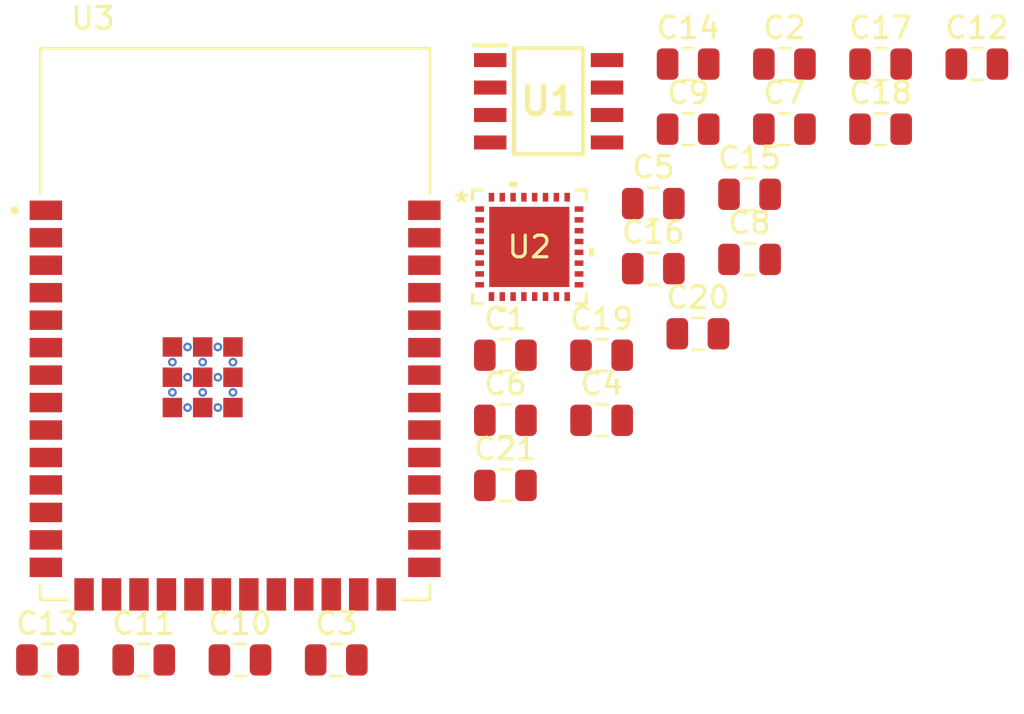
<source format=kicad_pcb>
(kicad_pcb (version 20211014) (generator pcbnew)
  (layers (0 "F.Cu" signal) (31 "B.Cu" signal) (34 "B.Paste" user) (35 "F.Paste" user) (36 "B.SilkS" user "B.Silkscreen") (37 "F.SilkS" user "F.Silkscreen") (38 "B.Mask" user) (39 "F.Mask" user) (44 "Edge.Cuts" user))
  (net 0 "")
  (net 1 "GND")
  (net 2 "VCC")
  (net 3 "+BATT")
  (net 4 "/TVDD")
  (net 5 "GNDREF")
  (net 14 "/AVDRV")
  (net 15 "Net-(C10-Pad2)")
  (net 16 "/VCOM")
  (net 17 "Net-(C14-Pad1)")
  (net 18 "Net-(C15-Pad1)")
  (net 27 "/SDIN1")
  (net 28 "/SDIN2")
  (net 29 "/LRCK")
  (net 30 "/BICK")
  (net 31 "/MCLK")
  (net 32 "/IN4N")
  (net 33 "/IN4P")
  (net 34 "/IN3N")
  (net 35 "/IN3P")
  (net 36 "/IN2N")
  (net 37 "/IN2P")
  (net 38 "/IN1N")
  (net 39 "/IN1P")
  (net 40 "/VSS1")
  (net 41 "/VREFL")
  (net 42 "/VREFH")
  (net 43 "/AOUT1L")
  (net 44 "/AOUT1R")
  (net 45 "/AOUT2L")
  (net 46 "/AOUT2R")
  (net 47 "/PDN")
  (net 48 "/CAD")
  (net 49 "/SCL")
  (net 50 "/SI")
  (net 51 "/SDA")
  (net 52 "/SDOUT1")
  (net 53 "/SDOUT2")
  (net 54 "/EPAD")
  (net 91 "Net-(R1-Pad1)")
  (footprint "Capacitor_SMD:C_0805_2012Metric" (layer "F.Cu") (at 145.577286 83.266947)
    (fp_text reference "C2" (at 0 -1.68) (layer "F.SilkS"))
    (fp_text value "1uF")
    (fp_line (start -0.261252 -0.735) (end 0.261252 -0.735) (layer "F.SilkS") (width 0.12))
    (fp_line (start -0.261252 0.735) (end 0.261252 0.735) (layer "F.SilkS") (width 0.12))
    (pad "1" smd roundrect (at -0.95 0) (size 1 1.45) (layers "F.Cu" "F.Paste" "F.Mask") (net 1 "GND"))
    (pad "2" smd roundrect (at 0.95 0) (size 1 1.45) (layers "F.Cu" "F.Paste" "F.Mask") (net 3 "+BATT"))
  )
  (footprint "Capacitor_SMD:C_0805_2012Metric" (layer "F.Cu") (at 150.027286 86.276947)
    (fp_text reference "C18" (at 0 -1.68) (layer "F.SilkS"))
    (fp_text value "1uF")
    (fp_line (start -0.261252 0.735) (end 0.261252 0.735) (layer "F.SilkS") (width 0.12))
    (fp_line (start -0.261252 -0.735) (end 0.261252 -0.735) (layer "F.SilkS") (width 0.12))
    (pad "1" smd roundrect (at -0.95 0) (size 1 1.45) (layers "F.Cu" "F.Paste" "F.Mask"))
    (pad "2" smd roundrect (at 0.95 0) (size 1 1.45) (layers "F.Cu" "F.Paste" "F.Mask"))
  )
  (footprint "AP7217A:SOIC127P600X175-8N" (layer "F.Cu") (at 134.677286 84.986947)
    (fp_text reference "U1" (at 0 0) (layer "F.SilkS") (effects (font (size 1.27 1.27) (thickness 0.254))))
    (fp_text value "AP7217A" hide)
    (fp_line (start -1.6 2.45) (end -1.6 -2.45) (layer "F.SilkS") (width 0.2))
    (fp_line (start -3.45 -2.58) (end -1.95 -2.58) (layer "F.SilkS") (width 0.2))
    (fp_line (start -1.6 -2.45) (end 1.6 -2.45) (layer "F.SilkS") (width 0.2))
    (fp_line (start 1.6 -2.45) (end 1.6 2.45) (layer "F.SilkS") (width 0.2))
    (fp_line (start 1.6 2.45) (end -1.6 2.45) (layer "F.SilkS") (width 0.2))
    (pad "1" smd rect (at -2.7 -1.905 90) (size 0.65 1.5) (layers "F.Cu" "F.Paste" "F.Mask") (net 1 "GND"))
    (pad "2" smd rect (at -2.7 -0.635 90) (size 0.65 1.5) (layers "F.Cu" "F.Paste" "F.Mask") (net 2 "VCC"))
    (pad "3" smd rect (at -2.7 0.635 90) (size 0.65 1.5) (layers "F.Cu" "F.Paste" "F.Mask") (net 1 "GND"))
    (pad "4" smd rect (at -2.7 1.905 90) (size 0.65 1.5) (layers "F.Cu" "F.Paste" "F.Mask") (net 3 "+BATT"))
    (pad "5" smd rect (at 2.7 1.905 90) (size 0.65 1.5) (layers "F.Cu" "F.Paste" "F.Mask") (net 1 "GND"))
    (pad "6" smd rect (at 2.7 0.635 90) (size 0.65 1.5) (layers "F.Cu" "F.Paste" "F.Mask") (net 91 "Net-(R1-Pad1)"))
    (pad "7" smd rect (at 2.7 -0.635 90) (size 0.65 1.5) (layers "F.Cu" "F.Paste" "F.Mask") (net 1 "GND"))
    (pad "8" smd rect (at 2.7 -1.905 90) (size 0.65 1.5) (layers "F.Cu" "F.Paste" "F.Mask") (net 3 "+BATT"))
  )
  (footprint "Capacitor_SMD:C_0805_2012Metric" (layer "F.Cu") (at 154.477286 83.266947)
    (fp_text reference "C12" (at 0 -1.68) (layer "F.SilkS"))
    (fp_text value "0.1uF")
    (fp_line (start -0.261252 0.735) (end 0.261252 0.735) (layer "F.SilkS") (width 0.12))
    (fp_line (start -0.261252 -0.735) (end 0.261252 -0.735) (layer "F.SilkS") (width 0.12))
    (pad "1" smd roundrect (at -0.95 0) (size 1 1.45) (layers "F.Cu" "F.Paste" "F.Mask") (net 1 "GND"))
    (pad "2" smd roundrect (at 0.95 0) (size 1 1.45) (layers "F.Cu" "F.Paste" "F.Mask") (net 2 "VCC"))
  )
  (footprint "ESP32-S3 Module:XCVR_ESP32S3WROOM1N8R8" (layer "F.Cu") (at 120.182286 95.286947)
    (fp_text reference "U3" (at -6.575 -14.135) (layer "F.SilkS"))
    (fp_text value "ESP32-S3-WROOM-1-N8R8")
    (fp_line (start -9 12.75) (end -7.755 12.75) (layer "F.SilkS") (width 0.127))
    (fp_line (start -9 -6.03) (end -9 -12.75) (layer "F.SilkS") (width 0.127))
    (fp_line (start 9 12.02) (end 9 12.75) (layer "F.SilkS") (width 0.127))
    (fp_line (start -9 -12.75) (end 9 -12.75) (layer "F.SilkS") (width 0.127))
    (fp_line (start 9 12.75) (end 7.755 12.75) (layer "F.SilkS") (width 0.127))
    (fp_line (start 9 -12.75) (end 9 -6.03) (layer "F.SilkS") (width 0.127))
    (fp_line (start -9 12.02) (end -9 12.75) (layer "F.SilkS") (width 0.127))
    (fp_circle (center -10.2 -5.26) (end -10.1 -5.26) (layer "F.SilkS") (width 0.2) (fill none))
    (pad "1" smd rect (at -8.75 -5.26) (size 1.5 0.9) (layers "F.Cu" "F.Paste" "F.Mask") (net 1 "GND"))
    (pad "2" smd rect (at -8.75 -3.99) (size 1.5 0.9) (layers "F.Cu" "F.Paste" "F.Mask") (net 2 "VCC"))
    (pad "3" smd rect (at -8.75 -2.72) (size 1.5 0.9) (layers "F.Cu" "F.Paste" "F.Mask") (net 15 "Net-(C10-Pad2)"))
    (pad "4" smd rect (at -8.75 -1.45) (size 1.5 0.9) (layers "F.Cu" "F.Paste" "F.Mask"))
    (pad "5" smd rect (at -8.75 -0.18) (size 1.5 0.9) (layers "F.Cu" "F.Paste" "F.Mask"))
    (pad "6" smd rect (at -8.75 1.09) (size 1.5 0.9) (layers "F.Cu" "F.Paste" "F.Mask"))
    (pad "7" smd rect (at -8.75 2.36) (size 1.5 0.9) (layers "F.Cu" "F.Paste" "F.Mask"))
    (pad "8" smd rect (at -8.75 3.63) (size 1.5 0.9) (layers "F.Cu" "F.Paste" "F.Mask"))
    (pad "9" smd rect (at -8.75 4.9) (size 1.5 0.9) (layers "F.Cu" "F.Paste" "F.Mask"))
    (pad "10" smd rect (at -8.75 6.17) (size 1.5 0.9) (layers "F.Cu" "F.Paste" "F.Mask"))
    (pad "11" smd rect (at -8.75 7.44) (size 1.5 0.9) (layers "F.Cu" "F.Paste" "F.Mask"))
    (pad "12" smd rect (at -8.75 8.71) (size 1.5 0.9) (layers "F.Cu" "F.Paste" "F.Mask"))
    (pad "13" smd rect (at -8.75 9.98) (size 1.5 0.9) (layers "F.Cu" "F.Paste" "F.Mask"))
    (pad "14" smd rect (at -8.75 11.25) (size 1.5 0.9) (layers "F.Cu" "F.Paste" "F.Mask"))
    (pad "15" smd rect (at -6.985 12.5) (size 0.9 1.5) (layers "F.Cu" "F.Paste" "F.Mask"))
    (pad "16" smd rect (at -5.715 12.5) (size 0.9 1.5) (layers "F.Cu" "F.Paste" "F.Mask"))
    (pad "17" smd rect (at -4.445 12.5) (size 0.9 1.5) (layers "F.Cu" "F.Paste" "F.Mask"))
    (pad "18" smd rect (at -3.175 12.5) (size 0.9 1.5) (layers "F.Cu" "F.Paste" "F.Mask"))
    (pad "19" smd rect (at -1.905 12.5) (size 0.9 1.5) (layers "F.Cu" "F.Paste" "F.Mask"))
    (pad "20" smd rect (at -0.635 12.5) (size 0.9 1.5) (layers "F.Cu" "F.Paste" "F.Mask"))
    (pad "21" smd rect (at 0.635 12.5) (size 0.9 1.5) (layers "F.Cu" "F.Paste" "F.Mask"))
    (pad "22" smd rect (at 1.905 12.5) (size 0.9 1.5) (layers "F.Cu" "F.Paste" "F.Mask"))
    (pad "23" smd rect (at 3.175 12.5) (size 0.9 1.5) (layers "F.Cu" "F.Paste" "F.Mask"))
    (pad "24" smd rect (at 4.445 12.5) (size 0.9 1.5) (layers "F.Cu" "F.Paste" "F.Mask"))
    (pad "25" smd rect (at 5.715 12.5) (size 0.9 1.5) (layers "F.Cu" "F.Paste" "F.Mask"))
    (pad "26" smd rect (at 6.985 12.5) (size 0.9 1.5) (layers "F.Cu" "F.Paste" "F.Mask"))
    (pad "27" smd rect (at 8.75 11.25) (size 1.5 0.9) (layers "F.Cu" "F.Paste" "F.Mask"))
    (pad "28" smd rect (at 8.75 9.98) (size 1.5 0.9) (layers "F.Cu" "F.Paste" "F.Mask"))
    (pad "29" smd rect (at 8.75 8.71) (size 1.5 0.9) (layers "F.Cu" "F.Paste" "F.Mask"))
    (pad "30" smd rect (at 8.75 7.44) (size 1.5 0.9) (layers "F.Cu" "F.Paste" "F.Mask"))
    (pad "31" smd rect (at 8.75 6.17) (size 1.5 0.9) (layers "F.Cu" "F.Paste" "F.Mask"))
    (pad "32" smd rect (at 8.75 4.9) (size 1.5 0.9) (layers "F.Cu" "F.Paste" "F.Mask"))
    (pad "33" smd rect (at 8.75 3.63) (size 1.5 0.9) (layers "F.Cu" "F.Paste" "F.Mask"))
    (pad "34" smd rect (at 8.75 2.36) (size 1.5 0.9) (layers "F.Cu" "F.Paste" "F.Mask"))
    (pad "35" smd rect (at 8.75 1.09) (size 1.5 0.9) (layers "F.Cu" "F.Paste" "F.Mask"))
    (pad "36" smd rect (at 8.75 -0.18) (size 1.5 0.9) (layers "F.Cu" "F.Paste" "F.Mask"))
    (pad "37" smd rect (at 8.75 -1.45) (size 1.5 0.9) (layers "F.Cu" "F.Paste" "F.Mask"))
    (pad "38" smd rect (at 8.75 -2.72) (size 1.5 0.9) (layers "F.Cu" "F.Paste" "F.Mask"))
    (pad "39" smd rect (at 8.75 -3.99) (size 1.5 0.9) (layers "F.Cu" "F.Paste" "F.Mask"))
    (pad "40" smd rect (at 8.75 -5.26) (size 1.5 0.9) (layers "F.Cu" "F.Paste" "F.Mask") (net 1 "GND"))
    (pad "41_1" smd rect (at -1.5 2.46) (size 0.9 0.9) (layers "F.Cu" "F.Paste" "F.Mask") (net 1 "GND"))
    (pad "41_2" smd rect (at -2.9 2.46) (size 0.9 0.9) (layers "F.Cu" "F.Paste" "F.Mask") (net 1 "GND"))
    (pad "41_3" smd rect (at -0.1 2.46) (size 0.9 0.9) (layers "F.Cu" "F.Paste" "F.Mask") (net 1 "GND"))
    (pad "41_4" smd rect (at -2.9 3.86) (size 0.9 0.9) (layers "F.Cu" "F.Paste" "F.Mask") (net 1 "GND"))
    (pad "41_5" smd rect (at -1.5 3.86) (size 0.9 0.9) (layers "F.Cu" "F.Paste" "F.Mask") (net 1 "GND"))
    (pad "41_6" smd rect (at -0.1 3.86) (size 0.9 0.9) (layers "F.Cu" "F.Paste" "F.Mask") (net 1 "GND"))
    (pad "41_7" smd rect (at -2.9 1.06) (size 0.9 0.9) (layers "F.Cu" "F.Paste" "F.Mask") (net 1 "GND"))
    (pad "41_8" smd rect (at -1.5 1.06) (size 0.9 0.9) (layers "F.Cu" "F.Paste" "F.Mask") (net 1 "GND"))
    (pad "41_9" smd rect (at -0.1 1.06) (size 0.9 0.9) (layers "F.Cu" "F.Paste" "F.Mask") (net 1 "GND"))
    (pad "41_10" thru_hole circle (at -1.5 1.76) (size 0.4 0.4) (drill 0.2) (layers *.Cu))
    (pad "41_11" thru_hole circle (at -2.9 1.76) (size 0.4 0.4) (drill 0.2) (layers *.Cu))
    (pad "41_12" thru_hole circle (at -0.1 1.76) (size 0.4 0.4) (drill 0.2) (layers *.Cu))
    (pad "41_13" thru_hole circle (at -2.9 3.16) (size 0.4 0.4) (drill 0.2) (layers *.Cu))
    (pad "41_14" thru_hole circle (at -1.5 3.16) (size 0.4 0.4) (drill 0.2) (layers *.Cu))
    (pad "41_15" thru_hole circle (at -0.1 3.16) (size 0.4 0.4) (drill 0.2) (layers *.Cu))
    (pad "41_16" thru_hole circle (at -2.2 1.06) (size 0.4 0.4) (drill 0.2) (layers *.Cu))
    (pad "41_17" thru_hole circle (at -0.8 1.06) (size 0.4 0.4) (drill 0.2) (layers *.Cu))
    (pad "41_18" thru_hole circle (at -2.2 2.46) (size 0.4 0.4) (drill 0.2) (layers *.Cu))
    (pad "41_19" thru_hole circle (at -0.8 2.46) (size 0.4 0.4) (drill 0.2) (layers *.Cu))
    (pad "41_20" thru_hole circle (at -2.2 3.86) (size 0.4 0.4) (drill 0.2) (layers *.Cu))
    (pad "41_21" thru_hole circle (at -0.8 3.86) (size 0.4 0.4) (drill 0.2) (layers *.Cu))
  )
  (footprint "Capacitor_SMD:C_0805_2012Metric" (layer "F.Cu") (at 124.857286 110.816947)
    (fp_text reference "C3" (at 0 -1.68) (layer "F.SilkS"))
    (fp_text value "10uF")
    (fp_line (start -0.261252 0.735) (end 0.261252 0.735) (layer "F.SilkS") (width 0.12))
    (fp_line (start -0.261252 -0.735) (end 0.261252 -0.735) (layer "F.SilkS") (width 0.12))
    (pad "1" smd roundrect (at -0.95 0) (size 1 1.45) (layers "F.Cu" "F.Paste" "F.Mask") (net 4 "/TVDD"))
    (pad "2" smd roundrect (at 0.95 0) (size 1 1.45) (layers "F.Cu" "F.Paste" "F.Mask") (net 5 "GNDREF"))
  )
  (footprint "Capacitor_SMD:C_0805_2012Metric" (layer "F.Cu") (at 132.677286 99.736947)
    (fp_text reference "C6" (at 0 -1.68) (layer "F.SilkS"))
    (fp_text value "1uF")
    (fp_line (start -0.261252 -0.735) (end 0.261252 -0.735) (layer "F.SilkS") (width 0.12))
    (fp_line (start -0.261252 0.735) (end 0.261252 0.735) (layer "F.SilkS") (width 0.12))
    (pad "1" smd roundrect (at -0.95 0) (size 1 1.45) (layers "F.Cu" "F.Paste" "F.Mask"))
    (pad "2" smd roundrect (at 0.95 0) (size 1 1.45) (layers "F.Cu" "F.Paste" "F.Mask"))
  )
  (footprint "Capacitor_SMD:C_0805_2012Metric" (layer "F.Cu") (at 143.967286 92.296947)
    (fp_text reference "C8" (at 0 -1.68) (layer "F.SilkS"))
    (fp_text value "0.1uF")
    (fp_line (start -0.261252 -0.735) (end 0.261252 -0.735) (layer "F.SilkS") (width 0.12))
    (fp_line (start -0.261252 0.735) (end 0.261252 0.735) (layer "F.SilkS") (width 0.12))
    (pad "1" smd roundrect (at -0.95 0) (size 1 1.45) (layers "F.Cu" "F.Paste" "F.Mask") (net 5 "GNDREF"))
    (pad "2" smd roundrect (at 0.95 0) (size 1 1.45) (layers "F.Cu" "F.Paste" "F.Mask") (net 4 "/TVDD"))
  )
  (footprint "Capacitor_SMD:C_0805_2012Metric" (layer "F.Cu") (at 141.127286 86.276947)
    (fp_text reference "C9" (at 0 -1.68) (layer "F.SilkS"))
    (fp_text value "2.2uF")
    (fp_line (start -0.261252 0.735) (end 0.261252 0.735) (layer "F.SilkS") (width 0.12))
    (fp_line (start -0.261252 -0.735) (end 0.261252 -0.735) (layer "F.SilkS") (width 0.12))
    (pad "1" smd roundrect (at -0.95 0) (size 1 1.45) (layers "F.Cu" "F.Paste" "F.Mask") (net 5 "GNDREF"))
    (pad "2" smd roundrect (at 0.95 0) (size 1 1.45) (layers "F.Cu" "F.Paste" "F.Mask") (net 14 "/AVDRV"))
  )
  (footprint "Capacitor_SMD:C_0805_2012Metric" (layer "F.Cu") (at 137.127286 99.736947)
    (fp_text reference "C4" (at 0 -1.68) (layer "F.SilkS"))
    (fp_text value "1uF")
    (fp_line (start -0.261252 0.735) (end 0.261252 0.735) (layer "F.SilkS") (width 0.12))
    (fp_line (start -0.261252 -0.735) (end 0.261252 -0.735) (layer "F.SilkS") (width 0.12))
    (pad "1" smd roundrect (at -0.95 0) (size 1 1.45) (layers "F.Cu" "F.Paste" "F.Mask"))
    (pad "2" smd roundrect (at 0.95 0) (size 1 1.45) (layers "F.Cu" "F.Paste" "F.Mask"))
  )
  (footprint "Capacitor_SMD:C_0805_2012Metric" (layer "F.Cu") (at 139.517286 92.726947)
    (fp_text reference "C16" (at 0 -1.68) (layer "F.SilkS"))
    (fp_text value "1uF")
    (fp_line (start -0.261252 0.735) (end 0.261252 0.735) (layer "F.SilkS") (width 0.12))
    (fp_line (start -0.261252 -0.735) (end 0.261252 -0.735) (layer "F.SilkS") (width 0.12))
    (pad "1" smd roundrect (at -0.95 0) (size 1 1.45) (layers "F.Cu" "F.Paste" "F.Mask"))
    (pad "2" smd roundrect (at 0.95 0) (size 1 1.45) (layers "F.Cu" "F.Paste" "F.Mask"))
  )
  (footprint "Capacitor_SMD:C_0805_2012Metric" (layer "F.Cu") (at 132.677286 102.746947)
    (fp_text reference "C21" (at 0 -1.68) (layer "F.SilkS"))
    (fp_text value "0.1uF")
    (fp_line (start -0.261252 -0.735) (end 0.261252 -0.735) (layer "F.SilkS") (width 0.12))
    (fp_line (start -0.261252 0.735) (end 0.261252 0.735) (layer "F.SilkS") (width 0.12))
    (pad "1" smd roundrect (at -0.95 0) (size 1 1.45) (layers "F.Cu" "F.Paste" "F.Mask") (net 1 "GND"))
    (pad "2" smd roundrect (at 0.95 0) (size 1 1.45) (layers "F.Cu" "F.Paste" "F.Mask") (net 18 "Net-(C15-Pad1)"))
  )
  (footprint "Capacitor_SMD:C_0805_2012Metric" (layer "F.Cu") (at 150.027286 83.266947)
    (fp_text reference "C17" (at 0 -1.68) (layer "F.SilkS"))
    (fp_text value "1uF")
    (fp_line (start -0.261252 -0.735) (end 0.261252 -0.735) (layer "F.SilkS") (width 0.12))
    (fp_line (start -0.261252 0.735) (end 0.261252 0.735) (layer "F.SilkS") (width 0.12))
    (pad "1" smd roundrect (at -0.95 0) (size 1 1.45) (layers "F.Cu" "F.Paste" "F.Mask"))
    (pad "2" smd roundrect (at 0.95 0) (size 1 1.45) (layers "F.Cu" "F.Paste" "F.Mask"))
  )
  (footprint "Capacitor_SMD:C_0805_2012Metric" (layer "F.Cu") (at 145.577286 86.276947)
    (fp_text reference "C7" (at 0 -1.68) (layer "F.SilkS"))
    (fp_text value "1uF")
    (fp_line (start -0.261252 0.735) (end 0.261252 0.735) (layer "F.SilkS") (width 0.12))
    (fp_line (start -0.261252 -0.735) (end 0.261252 -0.735) (layer "F.SilkS") (width 0.12))
    (pad "1" smd roundrect (at -0.95 0) (size 1 1.45) (layers "F.Cu" "F.Paste" "F.Mask"))
    (pad "2" smd roundrect (at 0.95 0) (size 1 1.45) (layers "F.Cu" "F.Paste" "F.Mask"))
  )
  (footprint "Capacitor_SMD:C_0805_2012Metric" (layer "F.Cu") (at 120.407286 110.816947)
    (fp_text reference "C10" (at 0 -1.68) (layer "F.SilkS"))
    (fp_text value "0.1uF")
    (fp_line (start -0.261252 0.735) (end 0.261252 0.735) (layer "F.SilkS") (width 0.12))
    (fp_line (start -0.261252 -0.735) (end 0.261252 -0.735) (layer "F.SilkS") (width 0.12))
    (pad "1" smd roundrect (at -0.95 0) (size 1 1.45) (layers "F.Cu" "F.Paste" "F.Mask") (net 1 "GND"))
    (pad "2" smd roundrect (at 0.95 0) (size 1 1.45) (layers "F.Cu" "F.Paste" "F.Mask") (net 15 "Net-(C10-Pad2)"))
  )
  (footprint "Capacitor_SMD:C_0805_2012Metric" (layer "F.Cu") (at 111.507286 110.816947)
    (fp_text reference "C13" (at 0 -1.68) (layer "F.SilkS"))
    (fp_text value "2.2uF")
    (fp_line (start -0.261252 0.735) (end 0.261252 0.735) (layer "F.SilkS") (width 0.12))
    (fp_line (start -0.261252 -0.735) (end 0.261252 -0.735) (layer "F.SilkS") (width 0.12))
    (pad "1" smd roundrect (at -0.95 0) (size 1 1.45) (layers "F.Cu" "F.Paste" "F.Mask") (net 1 "GND"))
    (pad "2" smd roundrect (at 0.95 0) (size 1 1.45) (layers "F.Cu" "F.Paste" "F.Mask") (net 16 "/VCOM"))
  )
  (footprint "Capacitor_SMD:C_0805_2012Metric" (layer "F.Cu") (at 137.127286 96.726947)
    (fp_text reference "C19" (at 0 -1.68) (layer "F.SilkS"))
    (fp_text value "1uF")
    (fp_line (start -0.261252 0.735) (end 0.261252 0.735) (layer "F.SilkS") (width 0.12))
    (fp_line (start -0.261252 -0.735) (end 0.261252 -0.735) (layer "F.SilkS") (width 0.12))
    (pad "1" smd roundrect (at -0.95 0) (size 1 1.45) (layers "F.Cu" "F.Paste" "F.Mask"))
    (pad "2" smd roundrect (at 0.95 0) (size 1 1.45) (layers "F.Cu" "F.Paste" "F.Mask"))
  )
  (footprint "AK4619VN:AK4619VN_AKM" (layer "F.Cu") (at 133.784386 91.719947)
    (fp_text reference "U2" (at 0 0 unlocked) (layer "F.SilkS"))
    (fp_text value "AK4619VN")
    (fp_text user "*" (at -3.135 -2 unlocked) (layer "F.SilkS"))
    (fp_text user "*" (at -3.135 -2) (layer "F.SilkS"))
    (fp_line (start 2.6289 -2.6289) (end 2.183757 -2.6289) (layer "F.SilkS") (width 0.1524))
    (fp_line (start -2.6289 -2.6289) (end -2.6289 -2.183757) (layer "F.SilkS") (width 0.1524))
    (fp_line (start -2.6289 2.6289) (end -2.183757 2.6289) (layer "F.SilkS") (width 0.1524))
    (fp_line (start 2.183757 2.6289) (end 2.6289 2.6289) (layer "F.SilkS") (width 0.1524))
    (fp_line (start -2.183757 -2.6289) (end -2.6289 -2.6289) (layer "F.SilkS") (width 0.1524))
    (fp_line (start 2.6289 2.6289) (end 2.6289 2.183757) (layer "F.SilkS") (width 0.1524))
    (fp_line (start -2.6289 2.183757) (end -2.6289 2.6289) (layer "F.SilkS") (width 0.1524))
    (fp_line (start 2.6289 -2.183757) (end 2.6289 -2.6289) (layer "F.SilkS") (width 0.1524))
    (fp_poly (pts (xy 3.008 0.059499) (xy 3.008 0.4405) (xy 2.754 0.4405) (xy 2.754 0.059499)) (layer "F.SilkS") (width 0) (fill solid))
    (fp_poly (pts (xy -0.940501 -2.754) (xy -0.940501 -3.008) (xy -0.559501 -3.008) (xy -0.559501 -2.754)) (layer "F.SilkS") (width 0) (fill solid))
    (fp_poly (pts (xy -1.4405 2.754) (xy -1.4405 3.008) (xy -1.0595 3.008) (xy -1.0595 2.754)) (layer "F.SilkS") (width 0) (fill solid))
    (pad "1" smd rect (at -2.2968 -1.749999 90) (size 0.254 0.4064) (layers "F.Cu" "F.Paste" "F.Mask") (net 27 "/SDIN1"))
    (pad "2" smd rect (at -2.2968 -1.25 90) (size 0.254 0.4064) (layers "F.Cu" "F.Paste" "F.Mask") (net 28 "/SDIN2"))
    (pad "3" smd rect (at -2.2968 -0.750001 90) (size 0.254 0.4064) (layers "F.Cu" "F.Paste" "F.Mask") (net 4 "/TVDD"))
    (pad "4" smd rect (at -2.2968 -0.25 90) (size 0.254 0.4064) (layers "F.Cu" "F.Paste" "F.Mask") (net 5 "GNDREF"))
    (pad "5" smd rect (at -2.2968 0.25 90) (size 0.254 0.4064) (layers "F.Cu" "F.Paste" "F.Mask") (net 14 "/AVDRV"))
    (pad "6" smd rect (at -2.2968 0.750001 90) (size 0.254 0.4064) (layers "F.Cu" "F.Paste" "F.Mask") (net 29 "/LRCK"))
    (pad "7" smd rect (at -2.2968 1.25 90) (size 0.254 0.4064) (layers "F.Cu" "F.Paste" "F.Mask") (net 30 "/BICK"))
    (pad "8" smd rect (at -2.2968 1.749999 90) (size 0.254 0.4064) (layers "F.Cu" "F.Paste" "F.Mask") (net 31 "/MCLK"))
    (pad "9" smd rect (at -1.749999 2.2968) (size 0.254 0.4064) (layers "F.Cu" "F.Paste" "F.Mask") (net 32 "/IN4N"))
    (pad "10" smd rect (at -1.25 2.2968) (size 0.254 0.4064) (layers "F.Cu" "F.Paste" "F.Mask") (net 33 "/IN4P"))
    (pad "11" smd rect (at -0.750001 2.2968) (size 0.254 0.4064) (layers "F.Cu" "F.Paste" "F.Mask") (net 34 "/IN3N"))
    (pad "12" smd rect (at -0.25 2.2968) (size 0.254 0.4064) (layers "F.Cu" "F.Paste" "F.Mask") (net 35 "/IN3P"))
    (pad "13" smd rect (at 0.25 2.2968) (size 0.254 0.4064) (layers "F.Cu" "F.Paste" "F.Mask") (net 36 "/IN2N"))
    (pad "14" smd rect (at 0.750001 2.2968) (size 0.254 0.4064) (layers "F.Cu" "F.Paste" "F.Mask") (net 37 "/IN2P"))
    (pad "15" smd rect (at 1.25 2.2968) (size 0.254 0.4064) (layers "F.Cu" "F.Paste" "F.Mask") (net 38 "/IN1N"))
    (pad "16" smd rect (at 1.749999 2.2968) (size 0.254 0.4064) (layers "F.Cu" "F.Paste" "F.Mask") (net 39 "/IN1P"))
    (pad "17" smd rect (at 2.2968 1.749999 90) (size 0.254 0.4064) (layers "F.Cu" "F.Paste" "F.Mask") (net 16 "/VCOM"))
    (pad "18" smd rect (at 2.2968 1.25 90) (size 0.254 0.4064) (layers "F.Cu" "F.Paste" "F.Mask") (net 1 "GND"))
    (pad "19" smd rect (at 2.2968 0.750001 90) (size 0.254 0.4064) (layers "F.Cu" "F.Paste" "F.Mask") (net 40 "/VSS1"))
    (pad "20" smd rect (at 2.2968 0.25 90) (size 0.254 0.4064) (layers "F.Cu" "F.Paste" "F.Mask") (net 41 "/VREFL"))
    (pad "21" smd rect (at 2.2968 -0.25 90) (size 0.254 0.4064) (layers "F.Cu" "F.Paste" "F.Mask") (net 42 "/VREFH"))
    (pad "22" smd rect (at 2.2968 -0.750001 90) (size 0.254 0.4064) (layers "F.Cu" "F.Paste" "F.Mask") (net 43 "/AOUT1L"))
    (pad "23" smd rect (at 2.2968 -1.25 90) (size 0.254 0.4064) (layers "F.Cu" "F.Paste" "F.Mask") (net 44 "/AOUT1R"))
    (pad "24" smd rect (at 2.2968 -1.749999 90) (size 0.254 0.4064) (layers "F.Cu" "F.Paste" "F.Mask") (net 45 "/AOUT2L"))
    (pad "25" smd rect (at 1.749999 -2.2968) (size 0.254 0.4064) (layers "F.Cu" "F.Paste" "F.Mask") (net 46 "/AOUT2R"))
    (pad "26" smd rect (at 1.25 -2.2968) (size 0.254 0.4064) (layers "F.Cu" "F.Paste" "F.Mask") (net 47 "/PDN"))
    (pad "27" smd rect (at 0.750001 -2.2968) (size 0.254 0.4064) (layers "F.Cu" "F.Paste" "F.Mask") (net 48 "/CAD"))
    (pad "28" smd rect (at 0.25 -2.2968) (size 0.254 0.4064) (layers "F.Cu" "F.Paste" "F.Mask") (net 49 "/SCL"))
    (pad "29" smd rect (at -0.25 -2.2968) (size 0.254 0.4064) (layers "F.Cu" "F.Paste" "F.Mask") (net 50 "/SI"))
    (pad "30" smd rect (at -0.750001 -2.2968) (size 0.254 0.4064) (layers "F.Cu" "F.Paste" "F.Mask") (net 51 "/SDA"))
    (pad "31" smd rect (at -1.25 -2.2968) (size 0.254 0.4064) (layers "F.Cu" "F.Paste" "F.Mask") (net 52 "/SDOUT1"))
    (pad "32" smd rect (at -1.749999 -2.2968) (size 0.254 0.4064) (layers "F.Cu" "F.Paste" "F.Mask") (net 53 "/SDOUT2"))
    (pad "33" smd rect (at 0 0) (size 3.7084 3.7084) (layers "F.Cu" "F.Mask") (net 54 "/EPAD"))
  )
  (footprint "Capacitor_SMD:C_0805_2012Metric" (layer "F.Cu") (at 141.577286 95.736947)
    (fp_text reference "C20" (at 0 -1.68) (layer "F.SilkS"))
    (fp_text value "0.1uF")
    (fp_line (start -0.261252 -0.735) (end 0.261252 -0.735) (layer "F.SilkS") (width 0.12))
    (fp_line (start -0.261252 0.735) (end 0.261252 0.735) (layer "F.SilkS") (width 0.12))
    (pad "1" smd roundrect (at -0.95 0) (size 1 1.45) (layers "F.Cu" "F.Paste" "F.Mask") (net 1 "GND"))
    (pad "2" smd roundrect (at 0.95 0) (size 1 1.45) (layers "F.Cu" "F.Paste" "F.Mask") (net 17 "Net-(C14-Pad1)"))
  )
  (footprint "Capacitor_SMD:C_0805_2012Metric" (layer "F.Cu") (at 143.967286 89.286947)
    (fp_text reference "C15" (at 0 -1.68) (layer "F.SilkS"))
    (fp_text value "10uF")
    (fp_line (start -0.261252 0.735) (end 0.261252 0.735) (layer "F.SilkS") (width 0.12))
    (fp_line (start -0.261252 -0.735) (end 0.261252 -0.735) (layer "F.SilkS") (width 0.12))
    (pad "1" smd roundrect (at -0.95 0) (size 1 1.45) (layers "F.Cu" "F.Paste" "F.Mask") (net 18 "Net-(C15-Pad1)"))
    (pad "2" smd roundrect (at 0.95 0) (size 1 1.45) (layers "F.Cu" "F.Paste" "F.Mask") (net 1 "GND"))
  )
  (footprint "Capacitor_SMD:C_0805_2012Metric" (layer "F.Cu") (at 139.517286 89.716947)
    (fp_text reference "C5" (at 0 -1.68) (layer "F.SilkS"))
    (fp_text value "1uF")
    (fp_line (start -0.261252 -0.735) (end 0.261252 -0.735) (layer "F.SilkS") (width 0.12))
    (fp_line (start -0.261252 0.735) (end 0.261252 0.735) (layer "F.SilkS") (width 0.12))
    (pad "1" smd roundrect (at -0.95 0) (size 1 1.45) (layers "F.Cu" "F.Paste" "F.Mask"))
    (pad "2" smd roundrect (at 0.95 0) (size 1 1.45) (layers "F.Cu" "F.Paste" "F.Mask"))
  )
  (footprint "Capacitor_SMD:C_0805_2012Metric" (layer "F.Cu") (at 141.127286 83.266947)
    (fp_text reference "C14" (at 0 -1.68) (layer "F.SilkS"))
    (fp_text value "10uF")
    (fp_line (start -0.261252 0.735) (end 0.261252 0.735) (layer "F.SilkS") (width 0.12))
    (fp_line (start -0.261252 -0.735) (end 0.261252 -0.735) (layer "F.SilkS") (width 0.12))
    (pad "1" smd roundrect (at -0.95 0) (size 1 1.45) (layers "F.Cu" "F.Paste" "F.Mask") (net 17 "Net-(C14-Pad1)"))
    (pad "2" smd roundrect (at 0.95 0) (size 1 1.45) (layers "F.Cu" "F.Paste" "F.Mask") (net 1 "GND"))
  )
  (footprint "Capacitor_SMD:C_0805_2012Metric" (layer "F.Cu") (at 115.957286 110.816947)
    (fp_text reference "C11" (at 0 -1.68) (layer "F.SilkS"))
    (fp_text value "2.2uF")
    (fp_line (start -0.261252 0.735) (end 0.261252 0.735) (layer "F.SilkS") (width 0.12))
    (fp_line (start -0.261252 -0.735) (end 0.261252 -0.735) (layer "F.SilkS") (width 0.12))
    (pad "1" smd roundrect (at -0.95 0) (size 1 1.45) (layers "F.Cu" "F.Paste" "F.Mask") (net 1 "GND"))
    (pad "2" smd roundrect (at 0.95 0) (size 1 1.45) (layers "F.Cu" "F.Paste" "F.Mask") (net 2 "VCC"))
  )
  (footprint "Capacitor_SMD:C_0805_2012Metric" (layer "F.Cu") (at 132.677286 96.726947)
    (fp_text reference "C1" (at 0 -1.68) (layer "F.SilkS"))
    (fp_text value "1uF")
    (fp_line (start -0.261252 0.735) (end 0.261252 0.735) (layer "F.SilkS") (width 0.12))
    (fp_line (start -0.261252 -0.735) (end 0.261252 -0.735) (layer "F.SilkS") (width 0.12))
    (pad "1" smd roundrect (at -0.95 0) (size 1 1.45) (layers "F.Cu" "F.Paste" "F.Mask") (net 1 "GND"))
    (pad "2" smd roundrect (at 0.95 0) (size 1 1.45) (layers "F.Cu" "F.Paste" "F.Mask") (net 2 "VCC"))
  )
)
</source>
